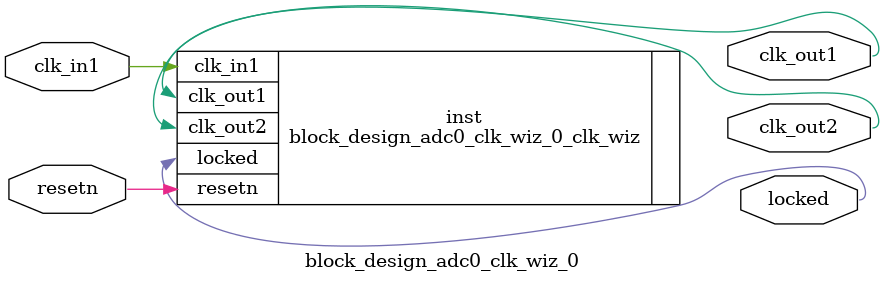
<source format=v>


`timescale 1ps/1ps

(* CORE_GENERATION_INFO = "block_design_adc0_clk_wiz_0,clk_wiz_v6_0_5_0_0,{component_name=block_design_adc0_clk_wiz_0,use_phase_alignment=false,use_min_o_jitter=false,use_max_i_jitter=false,use_dyn_phase_shift=false,use_inclk_switchover=false,use_dyn_reconfig=false,enable_axi=0,feedback_source=FDBK_AUTO,PRIMITIVE=MMCM,num_out_clk=2,clkin1_period=15.625,clkin2_period=10.0,use_power_down=false,use_reset=true,use_locked=true,use_inclk_stopped=false,feedback_type=SINGLE,CLOCK_MGR_TYPE=NA,manual_override=false}" *)

module block_design_adc0_clk_wiz_0 
 (
  // Clock out ports
  output        clk_out1,
  output        clk_out2,
  // Status and control signals
  input         resetn,
  output        locked,
 // Clock in ports
  input         clk_in1
 );

  block_design_adc0_clk_wiz_0_clk_wiz inst
  (
  // Clock out ports  
  .clk_out1(clk_out1),
  .clk_out2(clk_out2),
  // Status and control signals               
  .resetn(resetn), 
  .locked(locked),
 // Clock in ports
  .clk_in1(clk_in1)
  );

endmodule

</source>
